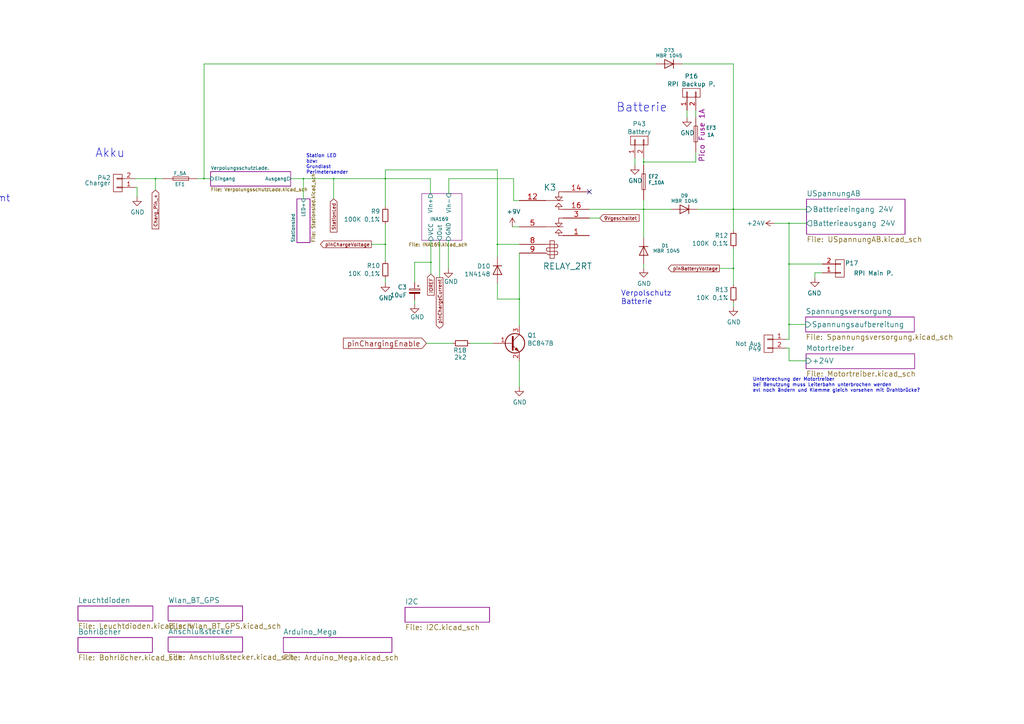
<source format=kicad_sch>
(kicad_sch (version 20201015) (generator eeschema)
  (page 1 35)
  (paper "A4")
  (title_block (title "Ardumower shield SVN Version") (date "2020-07-06") (rev "1.4") (company "ML AG JL UZ"))
  (lib_symbols
    (symbol "ardumower-mega-shield-svn-rescue:+24V-RESCUE-ardumower_mega_shield_svn" (power) (pin_names (offset 0))
      (property "Wert" "+24V-RESCUE-ardumower_mega_shield_svn" (at 0 3.556 0))
      (symbol "+24V-RESCUE-ardumower_mega_shield_svn_0_1"
        (polyline (pts (xy -0.762 1.27) (xy 0 2.54)))
        (polyline (pts (xy 0 0) (xy 0 2.54)))
        (polyline (pts (xy 0 2.54) (xy 0.762 1.27)))
      )
      (symbol "+24V-RESCUE-ardumower_mega_shield_svn_1_1"
        (pin power_in line (at 0 0 90) (length 0) hide (name "+24V") (number "1"))
      )
    )
    (symbol "ardumower-mega-shield-svn-rescue:+9V-RESCUE-ardumower_mega_shield_svn" (power) (pin_names (offset 0))
      (property "Wert" "+9V-RESCUE-ardumower_mega_shield_svn" (at 0 3.556 0))
      (symbol "+9V-RESCUE-ardumower_mega_shield_svn_0_1"
        (polyline (pts (xy -0.762 1.27) (xy 0 2.54)))
        (polyline (pts (xy 0 0) (xy 0 2.54)))
        (polyline (pts (xy 0 2.54) (xy 0.762 1.27)))
      )
      (symbol "+9V-RESCUE-ardumower_mega_shield_svn_1_1"
        (pin power_in line (at 0 0 90) (length 0) hide (name "+9V") (number "1"))
      )
    )
    (symbol "ardumower-mega-shield-svn-rescue:1N4148-RESCUE-ardumower_mega_shield_svn" (pin_numbers hide) (pin_names hide)
      (property "Referenz" "D" (at 0 2.54 0))
      (property "Wert" "1N4148-RESCUE-ardumower_mega_shield_svn" (at 0 -2.54 0))
      (symbol "1N4148-RESCUE-ardumower_mega_shield_svn_0_1"
        (polyline (pts (xy -1.27 1.27) (xy -1.27 -1.27)) (stroke (width 0.2032)))
        (polyline (pts (xy 1.27 0) (xy -1.27 0)))
        (polyline (pts (xy 1.27 1.27) (xy 1.27 -1.27) (xy -1.27 0) (xy 1.27 1.27)) (stroke (width 0.2032)))
      )
      (symbol "1N4148-RESCUE-ardumower_mega_shield_svn_1_1"
        (pin passive line (at -3.81 0 0) (length 2.54) (name "K") (number "1"))
        (pin passive line (at 3.81 0 180) (length 2.54) (name "A") (number "2"))
      )
    )
    (symbol "ardumower-mega-shield-svn-rescue:BC849-RESCUE-ardumower_mega_shield_svn" (pin_names (offset 0) hide)
      (property "Referenz" "Q" (at 5.08 1.905 0))
      (property "Wert" "BC849-RESCUE-ardumower_mega_shield_svn" (at 5.08 0 0))
      (symbol "BC849-RESCUE-ardumower_mega_shield_svn_0_1"
        (circle (center 1.27 0) (radius 2.8194) (stroke (width 0.254)))
        (polyline (pts (xy 0.635 0.635) (xy 2.54 2.54)))
        (polyline (pts (xy 0.635 -0.635) (xy 2.54 -2.54) (xy 2.54 -2.54)))
        (polyline (pts (xy 0.635 1.905) (xy 0.635 -1.905) (xy 0.635 -1.905)) (stroke (width 0.508)))
        (polyline (pts (xy 1.27 -1.778) (xy 1.778 -1.27) (xy 2.286 -2.286) (xy 1.27 -1.778) (xy 1.27 -1.778)) (fill (type outline)))
      )
      (symbol "BC849-RESCUE-ardumower_mega_shield_svn_1_1"
        (pin input line (at -5.08 0 0) (length 5.715) (name "B") (number "1"))
        (pin passive line (at 2.54 -5.08 90) (length 2.54) (name "E") (number "2"))
        (pin passive line (at 2.54 5.08 270) (length 2.54) (name "C") (number "3"))
      )
    )
    (symbol "ardumower-mega-shield-svn-rescue:CONN_01X02-RESCUE-ardumower_mega_shield_svn" (pin_names hide)
      (property "Referenz" "J" (at 0 3.81 0))
      (property "Wert" "CONN_01X02-RESCUE-ardumower_mega_shield_svn" (at 2.54 0 90))
      (symbol "CONN_01X02-RESCUE-ardumower_mega_shield_svn_0_1"
        (rectangle (start -1.27 -1.143) (end 0.254 -1.397))
        (rectangle (start -1.27 1.397) (end 0.254 1.143))
        (rectangle (start -1.27 2.54) (end 1.27 -2.54))
      )
      (symbol "CONN_01X02-RESCUE-ardumower_mega_shield_svn_1_1"
        (pin passive line (at -5.08 1.27 0) (length 3.81) (name "P1") (number "1"))
        (pin passive line (at -5.08 -1.27 0) (length 3.81) (name "P2") (number "2"))
      )
    )
    (symbol "ardumower-mega-shield-svn-rescue:CP_Small-RESCUE-ardumower_mega_shield_svn" (pin_numbers hide) (pin_names (offset 0.254) hide)
      (property "Referenz" "C" (at 0.254 1.778 0))
      (property "Wert" "CP_Small-RESCUE-ardumower_mega_shield_svn" (at 0.254 -2.032 0))
      (symbol "CP_Small-RESCUE-ardumower_mega_shield_svn_0_1"
        (rectangle (start -1.524 -0.3048) (end 1.524 -0.6858) (fill (type outline)))
        (rectangle (start -1.524 0.6858) (end 1.524 0.3048))
        (polyline (pts (xy -1.27 1.524) (xy -0.762 1.524)))
        (polyline (pts (xy -1.016 1.27) (xy -1.016 1.778)))
      )
      (symbol "CP_Small-RESCUE-ardumower_mega_shield_svn_1_1"
        (pin passive line (at 0 2.54 270) (length 1.8542) (name "~") (number "1"))
        (pin passive line (at 0 -2.54 90) (length 1.8542) (name "~") (number "2"))
      )
    )
    (symbol "ardumower-mega-shield-svn-rescue:D-RESCUE-ardumower_mega_shield_svn" (pin_numbers hide) (pin_names hide)
      (property "Referenz" "D" (at 0 2.54 0))
      (property "Wert" "D-RESCUE-ardumower_mega_shield_svn" (at 0 -2.54 0))
      (symbol "D-RESCUE-ardumower_mega_shield_svn_0_1"
        (polyline (pts (xy -1.27 1.27) (xy -1.27 -1.27)) (stroke (width 0.2032)))
        (polyline (pts (xy 1.27 0) (xy -1.27 0)))
        (polyline (pts (xy 1.27 1.27) (xy 1.27 -1.27) (xy -1.27 0) (xy 1.27 1.27)) (stroke (width 0.2032)))
      )
      (symbol "D-RESCUE-ardumower_mega_shield_svn_1_1"
        (pin passive line (at -3.81 0 0) (length 2.54) (name "K") (number "1"))
        (pin passive line (at 3.81 0 180) (length 2.54) (name "A") (number "2"))
      )
    )
    (symbol "ardumower-mega-shield-svn-rescue:F_10A-RESCUE-ardumower_mega_shield_svn" (pin_numbers hide) (pin_names (offset 0.254))
      (property "Referenz" "EF" (at -4.572 2.032 0))
      (property "Wert" "F_10A-RESCUE-ardumower_mega_shield_svn" (at -2.54 -2.032 0))
      (symbol "F_10A-RESCUE-ardumower_mega_shield_svn_0_1"
        (polyline (pts (xy 2.032 0) (xy -2.54 0) (xy -2.54 0) (xy -2.54 0)))
        (polyline (pts (xy -2.54 0.508) (xy -2.54 -0.508) (xy 2.032 -0.508) (xy 2.032 0.508) (xy -2.54 0.508) (xy -2.54 0.508)))
      )
      (symbol "F_10A-RESCUE-ardumower_mega_shield_svn_1_1"
        (pin power_in line (at 5.08 0 180) (length 3.048) (name "~") (number "1"))
        (pin power_out line (at -5.08 0 0) (length 2.54) (name "~") (number "2"))
      )
    )
    (symbol "ardumower-mega-shield-svn-rescue:GND-RESCUE-ardumower_mega_shield_svn" (power) (pin_names (offset 0))
      (property "Wert" "GND-RESCUE-ardumower_mega_shield_svn" (at 0 -3.81 0))
      (symbol "GND-RESCUE-ardumower_mega_shield_svn_0_1"
        (polyline (pts (xy 0 0) (xy 0 -1.27) (xy 1.27 -1.27) (xy 0 -2.54) (xy -1.27 -1.27) (xy 0 -1.27)))
      )
      (symbol "GND-RESCUE-ardumower_mega_shield_svn_1_1"
        (pin power_in line (at 0 0 270) (length 0) hide (name "GND") (number "1"))
      )
    )
    (symbol "ardumower-mega-shield-svn-rescue:RELAY_2RT-RESCUE-ardumower_mega_shield_svn" (pin_names hide)
      (property "Referenz" "K" (at -1.27 10.16 0))
      (property "Wert" "RELAY_2RT-RESCUE-ardumower_mega_shield_svn" (at 3.81 -12.7 0))
      (symbol "RELAY_2RT-RESCUE-ardumower_mega_shield_svn_0_1"
        (polyline (pts (xy -2.54 -8.89) (xy -2.286 -8.89)))
        (polyline (pts (xy -2.54 -6.35) (xy -1.27 -6.35)))
        (polyline (pts (xy -2.54 -1.27) (xy 1.27 -1.27)))
        (polyline (pts (xy -2.286 -8.89) (xy -1.778 -9.3726)))
        (polyline (pts (xy -2.286 -8.1026) (xy -2.286 -7.62)))
        (polyline (pts (xy -2.032 -8.382) (xy -2.286 -8.1026)))
        (polyline (pts (xy -2.032 -7.366) (xy -2.286 -7.62)))
        (polyline (pts (xy -1.778 -9.3726) (xy -1.27 -9.3726)))
        (polyline (pts (xy -1.27 -10.414) (xy -1.27 -5.3086)))
        (polyline (pts (xy -1.27 -8.382) (xy -2.032 -8.382)))
        (polyline (pts (xy -1.27 -8.382) (xy 0 -8.382)))
        (polyline (pts (xy -1.27 -7.366) (xy -2.032 -7.366)))
        (polyline (pts (xy -1.27 -6.35) (xy 0 -6.35)))
        (polyline (pts (xy -1.27 -5.3086) (xy 0 -5.3086)))
        (polyline (pts (xy 0 -10.414) (xy -1.27 -10.414)))
        (polyline (pts (xy 0 -9.3726) (xy -1.27 -9.3726)))
        (polyline (pts (xy 0 -9.3726) (xy 0.7366 -9.3726)))
        (polyline (pts (xy 0 -8.382) (xy 0.7366 -8.382)))
        (polyline (pts (xy 0 -7.366) (xy -1.27 -7.366)))
        (polyline (pts (xy 0 -7.366) (xy 0.7366 -7.366)))
        (polyline (pts (xy 0 -6.35) (xy 0.7366 -6.35)))
        (polyline (pts (xy 0 -5.3086) (xy 0 -10.414)))
        (polyline (pts (xy 0.254 -3.0226) (xy 2.2606 -3.0226)))
        (polyline (pts (xy 0.254 -0.2286) (xy 2.2606 -0.2286)))
        (polyline (pts (xy 0.254 4.572) (xy 1.27 5.6134)))
        (polyline (pts (xy 0.254 7.366) (xy 0.9906 7.366)))
        (polyline (pts (xy 0.7366 -9.3726) (xy 0.9906 -9.144)))
        (polyline (pts (xy 0.7366 -8.382) (xy 0.9906 -8.636)))
        (polyline (pts (xy 0.7366 -7.366) (xy 0.9906 -7.112)))
        (polyline (pts (xy 0.7366 -6.35) (xy 0.9906 -6.5786)))
        (polyline (pts (xy 0.9906 -9.144) (xy 0.9906 -8.636)))
        (polyline (pts (xy 0.9906 -6.5786) (xy 0.9906 -7.112)))
        (polyline (pts (xy 0.9906 6.6294) (xy 0.254 7.366)))
        (polyline (pts (xy 0.9906 6.6294) (xy 1.27 6.35)))
        (polyline (pts (xy 0.9906 7.366) (xy 2.2606 7.366)))
        (polyline (pts (xy 1.27 -3.81) (xy 1.27 -3.302)))
        (polyline (pts (xy 1.27 -3.302) (xy 1.27 -3.0226)))
        (polyline (pts (xy 1.27 -2.032) (xy 0.254 -3.0226)))
        (polyline (pts (xy 1.27 -1.27) (xy 0.254 -0.2286)))
        (polyline (pts (xy 1.27 -1.27) (xy 2.54 -1.27)))
        (polyline (pts (xy 1.27 1.27) (xy 1.27 -0.2286)))
        (polyline (pts (xy 1.27 1.27) (xy 2.54 1.27)))
        (polyline (pts (xy 1.27 3.81) (xy 1.27 4.572)))
        (polyline (pts (xy 1.27 3.81) (xy 2.54 3.81)))
        (polyline (pts (xy 1.27 5.6134) (xy 2.2606 4.572)))
        (polyline (pts (xy 1.27 6.35) (xy -2.54 6.35)))
        (polyline (pts (xy 1.27 6.35) (xy 1.524 6.35)))
        (polyline (pts (xy 1.27 8.89) (xy 1.27 7.366)))
        (polyline (pts (xy 1.27 8.89) (xy 2.54 8.89)))
        (polyline (pts (xy 1.524 6.35) (xy 2.54 6.35)))
        (polyline (pts (xy 2.2606 -3.0226) (xy 1.27 -2.032)))
        (polyline (pts (xy 2.2606 -0.2286) (xy 1.27 -1.27)))
        (polyline (pts (xy 2.2606 4.572) (xy 0.254 4.572)))
        (polyline (pts (xy 2.2606 7.366) (xy 1.27 6.35)))
        (polyline (pts (xy 2.54 -3.81) (xy 1.27 -3.81)))
      )
      (symbol "RELAY_2RT-RESCUE-ardumower_mega_shield_svn_1_1"
        (pin passive line (at 10.16 -3.81 180) (length 7.62) (name "T1") (number "1"))
        (pin passive line (at -10.16 6.35 0) (length 7.62) (name "C2") (number "12"))
        (pin passive line (at 10.16 8.89 180) (length 7.62) (name "R2") (number "14"))
        (pin passive line (at 10.16 3.81 180) (length 7.62) (name "T2") (number "16"))
        (pin passive line (at 10.16 1.27 180) (length 7.62) (name "R1") (number "3"))
        (pin passive line (at -10.16 -1.27 0) (length 7.62) (name "C1") (number "5"))
        (pin input line (at -10.16 -6.35 0) (length 7.62) (name "8") (number "8"))
        (pin input line (at -10.16 -8.89 0) (length 7.62) (name "9") (number "9"))
      )
    )
    (symbol "ardumower-mega-shield-svn-rescue:R_Small-RESCUE-ardumower_mega_shield_svn" (pin_numbers hide) (pin_names (offset 0.254) hide)
      (property "Referenz" "R" (at 0.762 0.508 0))
      (property "Wert" "R_Small-RESCUE-ardumower_mega_shield_svn" (at 0.762 -1.016 0))
      (symbol "R_Small-RESCUE-ardumower_mega_shield_svn_0_1"
        (rectangle (start -0.762 1.778) (end 0.762 -1.778) (stroke (width 0.2032)))
      )
      (symbol "R_Small-RESCUE-ardumower_mega_shield_svn_1_1"
        (pin passive line (at 0 2.54 270) (length 0.762) (name "~") (number "1"))
        (pin passive line (at 0 -2.54 90) (length 0.762) (name "~") (number "2"))
      )
    )
  )
  (junction (at 45.085 51.816) (diameter 0.3048))
  (junction (at 59.182 51.816) (diameter 0.3048))
  (junction (at 88.011 51.816) (diameter 0.3048))
  (junction (at 96.774 51.816) (diameter 0.3048))
  (junction (at 111.76 51.816) (diameter 0.3048))
  (junction (at 111.76 70.866) (diameter 0.3048))
  (junction (at 124.968 76.073) (diameter 0.3048))
  (junction (at 144.272 70.866) (diameter 0.3048))
  (junction (at 150.622 86.741) (diameter 0.3048))
  (junction (at 186.69 46.99) (diameter 0.3048))
  (junction (at 186.69 60.706) (diameter 0.3048))
  (junction (at 212.725 60.706) (diameter 0.3048))
  (junction (at 212.725 77.851) (diameter 0.3048))
  (junction (at 228.854 64.77) (diameter 0.3048))
  (junction (at 228.854 76.581) (diameter 0.3048))
  (junction (at 228.854 94.107) (diameter 0.3048))
  (no_connect (at 170.942 55.626))
  (wire (pts (xy 39.243 51.816) (xy 45.085 51.816)))
  (wire (pts (xy 39.751 54.356) (xy 39.243 54.356)))
  (wire (pts (xy 39.751 57.15) (xy 39.751 54.356)))
  (wire (pts (xy 45.085 51.816) (xy 47.117 51.816)))
  (wire (pts (xy 45.085 55.118) (xy 45.085 51.816)))
  (wire (pts (xy 57.277 51.816) (xy 59.182 51.816)))
  (wire (pts (xy 59.182 18.542) (xy 59.182 51.816)))
  (wire (pts (xy 59.182 51.816) (xy 61.087 51.816)))
  (wire (pts (xy 84.328 51.816) (xy 88.011 51.816)))
  (wire (pts (xy 88.011 51.816) (xy 96.774 51.816)))
  (wire (pts (xy 88.011 57.658) (xy 88.011 51.816)))
  (wire (pts (xy 96.774 51.816) (xy 111.76 51.816)))
  (wire (pts (xy 96.774 57.658) (xy 96.774 51.816)))
  (wire (pts (xy 107.696 70.866) (xy 111.76 70.866)))
  (wire (pts (xy 111.76 49.276) (xy 111.76 51.816)))
  (wire (pts (xy 111.76 49.276) (xy 144.272 49.276)))
  (wire (pts (xy 111.76 51.816) (xy 111.76 59.944)))
  (wire (pts (xy 111.76 51.816) (xy 124.841 51.816)))
  (wire (pts (xy 111.76 65.024) (xy 111.76 70.866)))
  (wire (pts (xy 111.76 70.866) (xy 111.76 75.692)))
  (wire (pts (xy 111.76 80.772) (xy 111.76 82.042)))
  (wire (pts (xy 120.269 76.073) (xy 124.968 76.073)))
  (wire (pts (xy 120.269 81.915) (xy 120.269 76.073)))
  (wire (pts (xy 120.269 86.995) (xy 120.269 88.265)))
  (wire (pts (xy 123.698 99.568) (xy 131.318 99.568)))
  (wire (pts (xy 124.841 51.816) (xy 124.841 56.134)))
  (wire (pts (xy 124.968 69.723) (xy 124.968 76.073)))
  (wire (pts (xy 124.968 76.073) (xy 124.968 79.502)))
  (wire (pts (xy 127.508 69.723) (xy 127.508 80.518)))
  (wire (pts (xy 130.048 69.723) (xy 130.048 77.978)))
  (wire (pts (xy 130.175 51.816) (xy 130.175 56.134)))
  (wire (pts (xy 130.175 51.816) (xy 148.971 51.816)))
  (wire (pts (xy 136.398 99.568) (xy 143.002 99.568)))
  (wire (pts (xy 144.272 49.276) (xy 144.272 70.866)))
  (wire (pts (xy 144.272 70.866) (xy 144.272 74.549)))
  (wire (pts (xy 144.272 70.866) (xy 150.622 70.866)))
  (wire (pts (xy 144.272 82.169) (xy 144.272 86.741)))
  (wire (pts (xy 144.272 86.741) (xy 150.622 86.741)))
  (wire (pts (xy 148.971 51.816) (xy 148.971 58.166)))
  (wire (pts (xy 150.622 58.166) (xy 148.971 58.166)))
  (wire (pts (xy 150.622 65.786) (xy 148.59 65.786)))
  (wire (pts (xy 150.622 73.406) (xy 150.622 86.741)))
  (wire (pts (xy 150.622 86.741) (xy 150.622 94.488)))
  (wire (pts (xy 150.622 104.648) (xy 150.622 112.268)))
  (wire (pts (xy 170.942 60.706) (xy 186.69 60.706)))
  (wire (pts (xy 170.942 63.246) (xy 173.99 63.246)))
  (wire (pts (xy 184.15 48.006) (xy 184.15 45.847)))
  (wire (pts (xy 186.69 45.847) (xy 186.69 46.99)))
  (wire (pts (xy 186.69 46.99) (xy 186.69 47.879)))
  (wire (pts (xy 186.69 46.99) (xy 201.803 46.99)))
  (wire (pts (xy 186.69 58.039) (xy 186.69 60.706)))
  (wire (pts (xy 186.69 60.706) (xy 186.69 68.961)))
  (wire (pts (xy 186.69 60.706) (xy 194.691 60.706)))
  (wire (pts (xy 186.69 76.581) (xy 186.69 77.851)))
  (wire (pts (xy 190.246 18.542) (xy 59.182 18.542)))
  (wire (pts (xy 197.866 18.542) (xy 212.725 18.542)))
  (wire (pts (xy 199.263 34.163) (xy 199.263 32.004)))
  (wire (pts (xy 201.803 34.036) (xy 201.803 32.004)))
  (wire (pts (xy 201.803 46.99) (xy 201.803 44.196)))
  (wire (pts (xy 202.311 60.706) (xy 212.725 60.706)))
  (wire (pts (xy 208.661 77.851) (xy 212.725 77.851)))
  (wire (pts (xy 212.725 18.542) (xy 212.725 60.706)))
  (wire (pts (xy 212.725 60.706) (xy 212.725 66.929)))
  (wire (pts (xy 212.725 60.706) (xy 233.934 60.706)))
  (wire (pts (xy 212.725 72.009) (xy 212.725 77.851)))
  (wire (pts (xy 212.725 77.851) (xy 212.725 82.677)))
  (wire (pts (xy 212.725 87.757) (xy 212.725 89.027)))
  (wire (pts (xy 224.663 64.77) (xy 228.854 64.77)))
  (wire (pts (xy 227.965 100.965) (xy 228.854 100.965)))
  (wire (pts (xy 228.854 64.77) (xy 228.854 76.581)))
  (wire (pts (xy 228.854 64.77) (xy 233.934 64.77)))
  (wire (pts (xy 228.854 76.581) (xy 228.854 94.107)))
  (wire (pts (xy 228.854 76.581) (xy 238.506 76.581)))
  (wire (pts (xy 228.854 94.107) (xy 228.854 98.425)))
  (wire (pts (xy 228.854 94.107) (xy 233.68 94.107)))
  (wire (pts (xy 228.854 98.425) (xy 227.965 98.425)))
  (wire (pts (xy 228.854 100.965) (xy 228.854 104.648)))
  (wire (pts (xy 228.854 104.648) (xy 233.807 104.648)))
  (wire (pts (xy 236.347 79.121) (xy 238.506 79.121)))
  (wire (pts (xy 236.347 80.645) (xy 236.347 79.121)))
  (text "Fehlerbehebung\n05.07.2020 uz An den Arduino Mega die Verdrahtung von pin 14 und 15 getauscht damit RX un TX vom GPS Anschluss stimmt\n_____________________________________________________________________________________________________________________\n26.10.2020 uz INA169 steckbar entfernt auf SMD Bestückung" (at -193.9544 65.278 0) (effects (font (size 2.007 2.007)) (justify left bottom)))
  (text "https://www.reichelt.de/ICs-TLC-TSA-/TS-2940-CP33/3/index.html?ACTION=3&LA=5700&ARTICLE=115975&GROUPID=5480&artnr=TS+2940+CP33\n\nhttps://www.reichelt.de/ICs-TLC-TSA-/TS-2940-CP50/3/index.html?ACTION=3&LA=5700&ARTICLE=115976&GROUPID=5480&artnr=TS+2940+CP50\n\nhttps://www.reichelt.de/ICs-TA-TL-/TD-62783-AFWG/3/index.html?ACTION=3&LA=446&ARTICLE=188954&GROUPID=5479&artnr=TD+62783+AFWG&SEARCH=TD62783" (at -150.114 -3.302 0) (effects (font (size 1.4986 1.4986)) (justify left bottom)))
  (text "Kontrolle Funktion Ultraschall\nKontrolle RC Fernbedienung\nKontrolle Unterspannunsabschaltung ob sie mit 3V an bleibt\nRelais schaltung ändern damit nur noch 1 Relais notwendig ist\nUDN 2981 ersetzen durch SMD Bauteil evl TD 62783 AFWG :: Treiber-IC, SO-18W\nOdemetrie kontrollieren\nIC2 Bus Kontrollieren\nSpannungsaufbereitung evl ändern mit anderen DC wandlern bis 30V\n\nBauteile siehe Links" (at -149.098 35.941 0) (effects (font (size 2.0066 2.0066)) (justify left bottom)))
  (text "[21:36:55] Kurzschuss - Uwe: gut dan warte ich nochmal mit den widerständen bis du soweit bist\n[21:38:22] Kurzschuss - Uwe: Dann mache ich nur die andern Änderungen mit dem DHT22 dropsensoren usw und warte dann erst mal ab. wenn ich es habe lade ich dann hoch\n[21:38:26] Jürgen Lange: überall wo level shifter dran sind kannst du die Dioden und den widerstand wegmachen\n[21:39:37] Kurzschuss - Uwe: da warte ich erst mal wo dann noch ein widerstand dazukommt. das wird dann ein Aufwasch\n\n\n\nwenn du da gerade dran bist die ganzen reserve dinger AD7, pinOdometriyRight2 etc hast du auf iOREF versorgt da solltest du 5V dran machen da bleiben dann auch die Dioden und der widerstand\nich sehe gerade das bei den Odemetrie pin der Spannungsanschluss auf iorf liegt. Dazwischen ist dann noch der ODoteiler und der Levelshifter.\nIch vermute mal das die odemetriepins auch auf 5V müssen damit der Odoteiler richtig arbeitetein klaaaaaaares ja" (at 10.16 246.634 0) (effects (font (size 2.0066 2.0066)) (justify left bottom)))
  (text "Akku\n" (at 27.559 45.974 0) (effects (font (size 2.5146 2.5146)) (justify left bottom)))
  (text "LED Rechner:\nhttp://www.elektronik-kompendium.de/sites/bau/1109111.htm\n\nZ-Dioden Rechner:\nhttp://www.dieelektronikerseite.de/Tools/Zenerdiode.htm" (at 73.152 -8.89 0) (effects (font (size 1.524 1.524)) (justify left bottom)))
  (text "Station LED\nbzw:\nGrundlast\nPerimetersender" (at 88.773 50.673 0) (effects (font (size 0.9906 0.9906)) (justify left bottom)))
  (text "Batterie\n" (at 178.689 32.766 0) (effects (font (size 2.5146 2.5146)) (justify left bottom)))
  (text "Verpolschutz\nBatterie" (at 180.086 88.519 0) (effects (font (size 1.524 1.524)) (justify left bottom)))
  (text "Unterbrechung der Motortreiber\nbei Benutzung muss Leiterbahn unterbrochen werden\nevl noch ändern und Klemme gleich vorsehen mit Drahtbrücke?" (at 218.313 113.919 0) (effects (font (size 0.9906 0.9906)) (justify left bottom)))
  (text "LED Anzeigen - Hardware:\n\nLed 3V grün -   Betriebsanzeige Versorgungsspannung\nLED 24V grün - Betriebsanzeige Versorgungsspannung R2 für 12 V anpassen\nLED 5V grün -   Betriebsanzeige Versorgungsspannung\nLED Station - gelb - Statusanzeige ob Mover in Ladestation\n\n----------------------------------------------------------\n\nLED Anzeigen - Software:\n\nDual LED z.B:\nDual LED grün. Dauerlicht - Mover innerhalb Perimeter\nDual LED grün+rot = Orange - Dauerlicht Mover außerhalb Perimeter\nDual LED grün+rot = Orange - Blinkt Mover findet  Perimeter nicht oder sucht danach\nDual LED rot =  Blinkt Fehler kurzseitig Überlast Antriebmotor Treibe oder Mähmotor. \nDual LED rot - Dauerlicht - Fehler muß für weiterfahren durch drücken \nvon Button zurückgesetzt werden\n----------------------------------------------------------\n\nLED Status - grün Dauerlicht - warte auf Eingabe\n\nLED Status - grün blinken 1 bis 5 mal hintereinander\nmit länger Pause dazwischen für Anzeige in welchen\nBetriebsmodi sich der Mover befindet" (at 229.997 -11.43 0) (effects (font (size 1.524 1.524)) (justify left bottom)))
  (text "[20:50:34 | Bearbeitet 20:51:30] Jürgen Lange: setze für den dcdc einen 78s05 ein oder die die ich auf der BumperDuino nehme LM2940CS-5.0 um das bt zuversorgen für die Versorgung vom wlan einen 3,3v low drop\n[20:51:20] Kurzschuss - Uwe: also die 5V nicht vom Mega holen bzw die 3,3V\n[20:51:44] Jürgen Lange: für bt und wlan nicht\n[20:51:54] Jürgen Lange: für den rest okay\n[20:52:01] Kurzschuss - Uwe: okay\n[20:53:21] Jürgen Lange: setze bei allen Wandlern ob dcdc oder 78xx revers Dioden und rückführ Dioden die 78xx oder ähnlich kommen gleich vom 9v dcdc\n[20:54:26] Kurzschuss - Uwe: Ich übernehme die Schaltung vom Bumberduino\n\n\n\n[11:55:48] Jürgen Lange: im Klartext die Spannungen vom längsregler nur für Versorgung von bt etc nehmen gaaaaanz wichtig sonst haust du den due weg wenn jemand den usb stecker steckt\n[11:56:29] Jürgen Lange: der mega könnte auch aufgeben aber das habe ich noch nicht geprüft" (at 351.028 70.866 0) (effects (font (size 2.9972 2.9972)) (justify left bottom)))
  (global_label "Charg_Pin_+" (shape input) (at 45.085 55.118 270) (effects (font (size 0.9906 0.9906))))
  (global_label "StationLed" (shape input) (at 96.774 57.658 270) (effects (font (size 0.9906 0.9906))))
  (global_label "pinChargeVoltage" (shape output) (at 107.696 70.866 180) (effects (font (size 0.9906 0.9906))))
  (global_label "pinChargingEnable" (shape input) (at 123.698 99.568 180) (effects (font (size 1.524 1.524))))
  (global_label "IOREF" (shape input) (at 124.968 79.502 270) (effects (font (size 0.9906 0.9906))))
  (global_label "pinChargeCurrent" (shape output) (at 127.508 80.518 270) (effects (font (size 0.9906 0.9906))))
  (global_label "9Vgeschaltet" (shape input) (at 173.99 63.246 0) (effects (font (size 0.9906 0.9906))))
  (global_label "pinBatteryVoltage" (shape output) (at 208.661 77.851 180) (effects (font (size 0.9906 0.9906))))
  (symbol (lib_id "ardumower-mega-shield-svn-rescue:+9V-RESCUE-ardumower_mega_shield_svn") (at 148.59 65.786 0) (unit 1)
    (property "Reference" "#PWR012" (effects hide))
    (property "Value" "+9V" (at 148.971 61.3918 0))
  )
  (symbol (lib_id "ardumower-mega-shield-svn-rescue:+24V-RESCUE-ardumower_mega_shield_svn") (at 224.663 64.77 90) (unit 1)
    (property "Reference" "#PWR05" (effects hide))
    (property "Value" "+24V" (at 219.202 64.77 90))
  )
  (symbol (lib_id "ardumower-mega-shield-svn-rescue:GND-RESCUE-ardumower_mega_shield_svn") (at 39.751 57.15 0) (unit 1)
    (property "Reference" "#PWR03" (effects hide))
    (property "Value" "GND" (at 39.878 61.5442 0))
  )
  (symbol (lib_id "ardumower-mega-shield-svn-rescue:GND-RESCUE-ardumower_mega_shield_svn") (at 111.76 82.042 0) (unit 1)
    (property "Reference" "#PWR02" (effects hide))
    (property "Value" "GND" (at 111.887 86.4362 0))
  )
  (symbol (lib_id "ardumower-mega-shield-svn-rescue:GND-RESCUE-ardumower_mega_shield_svn") (at 120.269 88.265 0) (unit 1)
    (property "Reference" "#PWR07" (effects hide))
    (property "Value" "GND" (at 121.031 91.948 0))
  )
  (symbol (lib_id "ardumower-mega-shield-svn-rescue:GND-RESCUE-ardumower_mega_shield_svn") (at 130.048 77.978 0) (unit 1)
    (property "Reference" "#PWR06" (effects hide))
    (property "Value" "GND" (at 130.81 81.661 0))
  )
  (symbol (lib_id "ardumower-mega-shield-svn-rescue:GND-RESCUE-ardumower_mega_shield_svn") (at 150.622 112.268 0) (unit 1)
    (property "Reference" "#PWR01" (effects hide))
    (property "Value" "GND" (at 150.749 116.6622 0))
  )
  (symbol (lib_id "ardumower-mega-shield-svn-rescue:GND-RESCUE-ardumower_mega_shield_svn") (at 184.15 48.006 0) (unit 1)
    (property "Reference" "#PWR04" (effects hide))
    (property "Value" "GND" (at 184.277 52.4002 0))
  )
  (symbol (lib_id "ardumower-mega-shield-svn-rescue:GND-RESCUE-ardumower_mega_shield_svn") (at 186.69 77.851 0) (unit 1)
    (property "Reference" "#PWR09" (effects hide))
    (property "Value" "GND" (at 186.817 82.2452 0))
  )
  (symbol (lib_id "ardumower-mega-shield-svn-rescue:GND-RESCUE-ardumower_mega_shield_svn") (at 199.263 34.163 0) (unit 1)
    (property "Reference" "#PWR010" (effects hide))
    (property "Value" "GND" (at 199.39 38.5572 0))
  )
  (symbol (lib_id "ardumower-mega-shield-svn-rescue:GND-RESCUE-ardumower_mega_shield_svn") (at 212.725 89.027 0) (unit 1)
    (property "Reference" "#PWR08" (effects hide))
    (property "Value" "GND" (at 212.852 93.4212 0))
  )
  (symbol (lib_id "ardumower-mega-shield-svn-rescue:GND-RESCUE-ardumower_mega_shield_svn") (at 236.347 80.645 0) (mirror y) (unit 1)
    (property "Reference" "#PWR011" (effects hide))
    (property "Value" "GND" (at 236.22 85.0392 0))
  )
  (symbol (lib_id "ardumower-mega-shield-svn-rescue:R_Small-RESCUE-ardumower_mega_shield_svn") (at 111.76 62.484 0) (mirror y) (unit 1)
    (property "Reference" "R9" (at 110.2614 61.3156 0) (effects (justify left)))
    (property "Value" "100K 0,1%" (at 110.2614 63.627 0) (effects (justify left)))
    (property "Footprint" "Resistors_SMD:R_1206" (effects hide))
    (property "Datasheet" "http://cdn-reichelt.de/documents/datenblatt/B400/DS_NICC_SERIE_NTR.pdf" (effects hide))
    (property "Gehäuseart" "1206" (effects hide))
    (property "Bestelllink" "https://www.reichelt.de/SMD-1206-von-1-bis-910-kOhm/SPR-1206-100K/3/index.html?ACTION=3&LA=446&ARTICLE=123458&GROUPID=7974&artnr=SPR-1206+100K&SEARCH=spr-1206%2B100k" (effects hide))
    (property "Technische Daten" "SMD-Chipwiderstand 1206, 100 kOhm, 0,1%" (effects hide))
    (property "Bestellnummer" "R: SPR-1206 100K" (effects hide))
    (property "Bauform" "1206" (effects hide))
    (property "Funktion" "Value" (effects hide))
    (property "Hersteller" "Value" (effects hide))
    (property "Hersteller Bestellnummer" "Value" (effects hide))
  )
  (symbol (lib_id "ardumower-mega-shield-svn-rescue:R_Small-RESCUE-ardumower_mega_shield_svn") (at 111.76 78.232 0) (mirror y) (unit 1)
    (property "Reference" "R10" (at 110.2868 77.0636 0) (effects (justify left)))
    (property "Value" "10K 0,1%" (at 110.2868 79.375 0) (effects (justify left)))
    (property "Footprint" "Resistors_SMD:R_1206" (effects hide))
    (property "Datasheet" "http://cdn-reichelt.de/documents/datenblatt/B400/DS_NICC_SERIE_NTR.pdf" (effects hide))
    (property "Gehäuseart" "1206" (effects hide))
    (property "Bestelllink" "https://www.reichelt.de/SMD-1206-von-1-bis-910-kOhm/SPR-1206-10-0K/3/index.html?ACTION=3&LA=446&ARTICLE=123435&GROUPID=7974&artnr=SPR-1206+10%2C0K&SEARCH=spr-1206%2B10%252C0k" (effects hide))
    (property "Technische Daten" "SMD-Chipwiderstand 1206, 10,0 kOhm, 0,1%" (effects hide))
    (property "Bestellnummer" "R: SPR-1206 10,0K" (effects hide))
    (property "Bauform" "1206" (effects hide))
    (property "Funktion" "Value" (effects hide))
    (property "Hersteller" "Value" (effects hide))
    (property "Hersteller Bestellnummer" "Value" (effects hide))
  )
  (symbol (lib_id "ardumower-mega-shield-svn-rescue:R_Small-RESCUE-ardumower_mega_shield_svn") (at 133.858 99.568 90) (mirror x) (unit 1)
    (property "Reference" "R18" (at 135.382 101.6 90) (effects (justify left)))
    (property "Value" "2k2" (at 135.382 103.632 90) (effects (justify left)))
    (property "Footprint" "Zimprich:R_0603" (effects hide))
    (property "Gehäuseart" "Value" (effects hide))
    (property "Bestelllink" "Value" (effects hide))
    (property "Technische Daten" "Value" (effects hide))
    (property "Bestellnummer" "Value" (effects hide))
    (property "Bauform" "Value" (effects hide))
    (property "Funktion" "Value" (effects hide))
    (property "Hersteller" "Value" (effects hide))
    (property "Hersteller Bestellnummer" "Value" (effects hide))
  )
  (symbol (lib_id "ardumower-mega-shield-svn-rescue:R_Small-RESCUE-ardumower_mega_shield_svn") (at 212.725 69.469 0) (mirror y) (unit 1)
    (property "Reference" "R12" (at 211.2264 68.3006 0) (effects (justify left)))
    (property "Value" "100K 0,1%" (at 211.2264 70.612 0) (effects (justify left)))
    (property "Footprint" "Resistors_SMD:R_1206" (effects hide))
    (property "Datasheet" "http://cdn-reichelt.de/documents/datenblatt/B400/DS_NICC_SERIE_NTR.pdf" (effects hide))
    (property "Gehäuseart" "1206" (effects hide))
    (property "Bestelllink" "https://www.reichelt.de/SMD-1206-von-1-bis-910-kOhm/SPR-1206-100K/3/index.html?ACTION=3&LA=446&ARTICLE=123458&GROUPID=7974&artnr=SPR-1206+100K&SEARCH=spr-1206%2B100k" (effects hide))
    (property "Technische Daten" "SMD-Chipwiderstand 1206, 100 kOhm, 0,1%" (effects hide))
    (property "Bestellnummer" "R: SPR-1206 100K" (effects hide))
    (property "Bauform" "1206" (effects hide))
    (property "Funktion" "Value" (effects hide))
    (property "Hersteller" "Value" (effects hide))
    (property "Hersteller Bestellnummer" "Value" (effects hide))
  )
  (symbol (lib_id "ardumower-mega-shield-svn-rescue:R_Small-RESCUE-ardumower_mega_shield_svn") (at 212.725 85.217 0) (mirror y) (unit 1)
    (property "Reference" "R13" (at 211.2518 84.0486 0) (effects (justify left)))
    (property "Value" "10K 0,1%" (at 211.2518 86.36 0) (effects (justify left)))
    (property "Footprint" "Resistors_SMD:R_1206" (effects hide))
    (property "Datasheet" "http://cdn-reichelt.de/documents/datenblatt/B400/DS_NICC_SERIE_NTR.pdf" (effects hide))
    (property "Gehäuseart" "1206" (effects hide))
    (property "Bestelllink" "https://www.reichelt.de/SMD-1206-von-1-bis-910-kOhm/SPR-1206-10-0K/3/index.html?ACTION=3&LA=446&ARTICLE=123435&GROUPID=7974&artnr=SPR-1206+10%2C0K&SEARCH=spr-1206%2B10%252C0k" (effects hide))
    (property "Technische Daten" "SMD-Chipwiderstand 1206, 10,0 kOhm, 0,1%" (effects hide))
    (property "Bestellnummer" "R: SPR-1206 10,0K" (effects hide))
    (property "Bauform" "1206" (effects hide))
    (property "Funktion" "Value" (effects hide))
    (property "Hersteller" "Value" (effects hide))
    (property "Hersteller Bestellnummer" "Value" (effects hide))
  )
  (symbol (lib_id "ardumower-mega-shield-svn-rescue:F_10A-RESCUE-ardumower_mega_shield_svn") (at 52.197 51.816 180) (unit 1)
    (property "Reference" "EF1" (at 52.197 53.467 0) (effects (font (size 1.016 1.016))))
    (property "Value" "F_5A" (at 52.197 50.292 0) (effects (font (size 1.016 1.016))))
    (property "Footprint" "Zimprich:Fuseholder5x20_vert_closed_Bulgin_FX0456_und_TR15_Halter" (effects hide))
    (property "Gehäuseart" "Value" (effects hide))
    (property "Bestelllink" "https://www.reichelt.de/Sicherungshalter/RND-170-00006/3/index.html?ACTION=3&LA=5700&ARTICLE=170726&GROUPID=7659&artnr=RND+170-00006" (effects hide))
    (property "Technische Daten" "Value" (effects hide))
    (property "Bestellnummer" "R: RND 170-00006" (effects hide))
    (property "Bauform" "Value" (effects hide))
    (property "Funktion" "Value" (effects hide))
    (property "Hersteller" "Value" (effects hide))
    (property "Hersteller Bestellnummer" "Value" (effects hide))
  )
  (symbol (lib_id "ardumower-mega-shield-svn-rescue:F_10A-RESCUE-ardumower_mega_shield_svn") (at 186.69 52.959 270) (unit 1)
    (property "Reference" "EF2" (at 189.484 51.181 90) (effects (font (size 1.016 1.016))))
    (property "Value" "F_10A" (at 190.373 52.959 90) (effects (font (size 1.016 1.016))))
    (property "Footprint" "Zimprich:Fuseholder5x20_vert_closed_Bulgin_FX0456_und_TR15_Halter" (effects hide))
    (property "Gehäuseart" "Value" (effects hide))
    (property "Bestelllink" "https://www.reichelt.de/Sicherungshalter/RND-170-00006/3/index.html?ACTION=3&LA=5700&ARTICLE=170726&GROUPID=7659&artnr=RND+170-00006" (effects hide))
    (property "Technische Daten" "Value" (effects hide))
    (property "Bestellnummer" "R: RND 170-00006" (effects hide))
    (property "Bauform" "Value" (effects hide))
    (property "Funktion" "Value" (effects hide))
    (property "Hersteller" "Value" (effects hide))
    (property "Hersteller Bestellnummer" "Value" (effects hide))
  )
  (symbol (lib_id "ardumower-mega-shield-svn-rescue:F_10A-RESCUE-ardumower_mega_shield_svn") (at 201.803 39.116 270) (unit 1)
    (property "Reference" "EF3" (at 206.248 37.084 90) (effects (font (size 1.016 1.016))))
    (property "Value" "1A" (at 206.121 39.116 90) (effects (font (size 1.016 1.016))))
    (property "Footprint" "Zimprich:Sicherungs_Sockel_für_TR5_TE5" (effects hide))
    (property "Gehäuseart" "Value" (effects hide))
    (property "Bestelllink" "Value" (effects hide))
    (property "Technische Daten" "Value" (effects hide))
    (property "Bestellnummer" "Value" (effects hide))
    (property "Bauform" "Pico Fuse 1A" (at 203.581 39.243 0) (effects (font (size 1.524 1.524))))
    (property "Funktion" "Value" (effects hide))
    (property "Hersteller" "Value" (effects hide))
    (property "Hersteller Bestellnummer" "Value" (effects hide))
  )
  (symbol (lib_id "ardumower-mega-shield-svn-rescue:CP_Small-RESCUE-ardumower_mega_shield_svn") (at 120.269 84.455 0) (mirror y) (unit 1)
    (property "Reference" "C3" (at 118.0338 83.2866 0) (effects (justify left)))
    (property "Value" "10uF" (at 118.0338 85.598 0) (effects (justify left)))
    (property "Footprint" "Zimprich:Elko_vert_11.2x6.3mm_RM2.5_RM5.0" (effects hide))
    (property "Gehäuseart" "Value" (effects hide))
    (property "Bestelllink" "Value" (effects hide))
    (property "Technische Daten" "Value" (effects hide))
    (property "Bestellnummer" "Value" (effects hide))
    (property "Bauform" "Value" (effects hide))
  )
  (symbol (lib_id "ardumower-mega-shield-svn-rescue:1N4148-RESCUE-ardumower_mega_shield_svn") (at 144.272 78.359 270) (unit 1)
    (property "Reference" "D10" (at 142.2654 77.1906 90) (effects (justify right)))
    (property "Value" "1N4148" (at 142.2654 79.502 90) (effects (justify right)))
    (property "Footprint" "Diodes_THT:D_DO-35_SOD27_P7.62mm_Horizontal" (effects hide))
  )
  (symbol (lib_id "ardumower-mega-shield-svn-rescue:D-RESCUE-ardumower_mega_shield_svn") (at 186.69 72.771 270) (unit 1)
    (property "Reference" "D1" (at 192.913 71.247 90) (effects (font (size 0.9906 0.9906))))
    (property "Value" "MBR 1045" (at 193.294 72.771 90) (effects (font (size 0.9906 0.9906))))
    (property "Footprint" "Diodes_ThroughHole:Diode_TO-220_Vertical" (effects hide))
    (property "Datasheet" "Value" (effects hide))
    (property "Gehäuseart" "Value" (effects hide))
    (property "Bestelllink" "Value" (effects hide))
    (property "Technische Daten" "Value" (effects hide))
    (property "Bestellnummer" "R: MBR 1045" (effects hide))
    (property "Bauform" "Value" (effects hide))
  )
  (symbol (lib_id "ardumower-mega-shield-svn-rescue:D-RESCUE-ardumower_mega_shield_svn") (at 194.056 18.542 180) (unit 1)
    (property "Reference" "D73" (at 194.056 14.605 0) (effects (font (size 0.9906 0.9906))))
    (property "Value" "MBR 1045" (at 194.056 16.129 0) (effects (font (size 0.9906 0.9906))))
    (property "Footprint" "Zimprich:MBR1045" (effects hide))
    (property "Datasheet" "Value" (effects hide))
    (property "Gehäuseart" "Value" (effects hide))
    (property "Bestelllink" "Value" (effects hide))
    (property "Technische Daten" "Value" (effects hide))
    (property "Bestellnummer" "R: MBR 1045" (effects hide))
    (property "Bauform" "Value" (effects hide))
    (property "Funktion" "Value" (effects hide))
    (property "Hersteller" "Value" (effects hide))
    (property "Hersteller Bestellnummer" "Value" (effects hide))
  )
  (symbol (lib_id "ardumower-mega-shield-svn-rescue:D-RESCUE-ardumower_mega_shield_svn") (at 198.501 60.706 180) (unit 1)
    (property "Reference" "D9" (at 198.501 56.769 0) (effects (font (size 0.9906 0.9906))))
    (property "Value" "MBR 1045" (at 198.501 58.293 0) (effects (font (size 0.9906 0.9906))))
    (property "Footprint" "Diodes_ThroughHole:Diode_TO-220_Vertical" (effects hide))
    (property "Datasheet" "Value" (effects hide))
    (property "Gehäuseart" "Value" (effects hide))
    (property "Bestelllink" "Value" (effects hide))
    (property "Technische Daten" "Value" (effects hide))
    (property "Bestellnummer" "R: MBR 1045" (effects hide))
    (property "Bauform" "Value" (effects hide))
  )
  (symbol (lib_id "ardumower-mega-shield-svn-rescue:CONN_01X02-RESCUE-ardumower_mega_shield_svn") (at 34.163 53.086 180) (unit 1)
    (property "Reference" "P42" (at 32.131 51.562 0) (effects (justify left)))
    (property "Value" "Charger" (at 32.131 53.086 0) (effects (justify left)))
    (property "Footprint" "Zimprich:Anschlussklemme_RM5,08-RM7,62" (effects hide))
    (property "Gehäuseart" "Value" (effects hide))
    (property "Bestelllink" "Value" (effects hide))
    (property "Technische Daten" "Value" (effects hide))
    (property "Bestellnummer" "Value" (effects hide))
    (property "Bauform" "Value" (effects hide))
  )
  (symbol (lib_id "ardumower-mega-shield-svn-rescue:CONN_01X02-RESCUE-ardumower_mega_shield_svn") (at 185.42 40.767 90) (unit 1)
    (property "Reference" "P43" (at 185.42 35.941 90))
    (property "Value" "Battery" (at 185.42 38.227 90))
    (property "Footprint" "Zimprich:Anschlussklemme_RM5,08-RM7,62" (effects hide))
    (property "Gehäuseart" "Value" (effects hide))
    (property "Bestelllink" "Value" (effects hide))
    (property "Technische Daten" "Value" (effects hide))
    (property "Bestellnummer" "Value" (effects hide))
    (property "Bauform" "Value" (effects hide))
  )
  (symbol (lib_id "ardumower-mega-shield-svn-rescue:CONN_01X02-RESCUE-ardumower_mega_shield_svn") (at 200.533 26.924 90) (unit 1)
    (property "Reference" "P16" (at 200.533 22.098 90))
    (property "Value" "RPI Backup P." (at 200.533 24.384 90))
    (property "Footprint" "Terminal_Blocks:TerminalBlock_Pheonix_MKDS1.5-2pol" (effects hide))
    (property "Gehäuseart" "Value" (effects hide))
    (property "Bestelllink" "Value" (effects hide))
    (property "Technische Daten" "Value" (effects hide))
    (property "Bestellnummer" "Value" (effects hide))
    (property "Bauform" "Value" (effects hide))
    (property "Funktion" "Value" (effects hide))
    (property "Hersteller" "Value" (effects hide))
    (property "Hersteller Bestellnummer" "Value" (effects hide))
  )
  (symbol (lib_id "ardumower-mega-shield-svn-rescue:CONN_01X02-RESCUE-ardumower_mega_shield_svn") (at 222.885 99.695 0) (mirror y) (unit 1)
    (property "Reference" "P49" (at 220.853 101.219 0) (effects (justify left)))
    (property "Value" "Not Aus" (at 220.853 99.695 0) (effects (justify left)))
    (property "Footprint" "Terminal_Blocks:TerminalBlock_Pheonix_MKDS1.5-2pol" (effects hide))
    (property "Gehäuseart" "Value" (effects hide))
    (property "Bestelllink" "Value" (effects hide))
    (property "Technische Daten" "Value" (effects hide))
    (property "Bestellnummer" "Value" (effects hide))
    (property "Bauform" "Value" (effects hide))
  )
  (symbol (lib_id "ardumower-mega-shield-svn-rescue:CONN_01X02-RESCUE-ardumower_mega_shield_svn") (at 243.586 77.851 0) (mirror x) (unit 1)
    (property "Reference" "P17" (at 247.015 76.327 0))
    (property "Value" "RPI Main P." (at 253.365 79.248 0))
    (property "Footprint" "Terminal_Blocks:TerminalBlock_Pheonix_MKDS1.5-2pol" (effects hide))
    (property "Gehäuseart" "Value" (effects hide))
    (property "Bestelllink" "Value" (effects hide))
    (property "Technische Daten" "Value" (effects hide))
    (property "Bestellnummer" "Value" (effects hide))
    (property "Bauform" "Value" (effects hide))
    (property "Funktion" "Value" (effects hide))
    (property "Hersteller" "Value" (effects hide))
    (property "Hersteller Bestellnummer" "Value" (effects hide))
  )
  (symbol (lib_id "ardumower-mega-shield-svn-rescue:BC849-RESCUE-ardumower_mega_shield_svn") (at 148.082 99.568 0) (unit 1)
    (property "Reference" "Q1" (at 152.9334 97.2566 0) (effects (justify left)))
    (property "Value" "BC847B" (at 152.9334 99.568 0) (effects (justify left)))
    (property "Footprint" "TO_SOT_Packages_SMD:SOT-23" (effects hide))
    (property "Gehäuseart" "Value" (effects hide))
    (property "Bestelllink" "Value" (effects hide))
    (property "Technische Daten" "Value" (effects hide))
    (property "Bestellnummer" "Value" (effects hide))
    (property "Bauform" "Value" (effects hide))
  )
  (symbol (lib_id "ardumower-mega-shield-svn-rescue:RELAY_2RT-RESCUE-ardumower_mega_shield_svn") (at 160.782 64.516 0) (unit 1)
    (property "Reference" "K3" (at 159.512 54.356 0) (effects (font (size 1.778 1.778))))
    (property "Value" "RELAY_2RT" (at 164.592 77.216 0) (effects (font (size 1.778 1.778))))
    (property "Footprint" "Zimprich:Relais_DPDT_Schrack-RT2_RM5mm_3D_Kontaktbelegung_geändert_FIN40.52.9_6V" (effects hide))
    (property "Bestellnummer" "Siehe Bauteileigenschaften" (effects hide))
    (property "Quelle" "http://www.reichelt.de/Print-Steckrelais/FIN-40-52-9-6V/3/index.html?&ACTION=3&LA=2&ARTICLE=8108&GROUPID=3293&artnr=FIN+40.52.9+6V" (effects hide))
    (property "Bestellnummer 24V" "R: FIN 40.52.9 24V" (effects hide))
    (property "Bestellnummer 12V" "R: FIN 40.52.9 12V" (effects hide))
    (property "Bestellnummer 6V" "R: FIN 40.52.9 6V" (effects hide))
    (property "Printfassung für Relais" "R: FIN 95.15.2" (effects hide))
  )
  (sheet (at 48.768 184.785) (size 21.59 4.318) (stroke (width 0) (color 132 0 132 1)) (fill (color 255 255 255 0.0000))
    (property "Schaltplanname" "Anschlußstecker" (at 48.768 184.0225 0) (effects (font (size 1.524 1.524)) (justify left bottom)))
    (property "Dateiname Blatt" "Anschlußstecker.kicad_sch" (at 48.768 189.7131 0) (effects (font (size 1.524 1.524)) (justify left top)))
  )
  (sheet (at 82.169 184.912) (size 31.496 4.318) (stroke (width 0) (color 132 0 132 1)) (fill (color 255 255 255 0.0000))
    (property "Schaltplanname" "Arduino_Mega" (at 82.169 184.1495 0) (effects (font (size 1.524 1.524)) (justify left bottom)))
    (property "Dateiname Blatt" "Arduino_Mega.kicad_sch" (at 82.169 189.8401 0) (effects (font (size 1.524 1.524)) (justify left top)))
  )
  (sheet (at 22.606 184.912) (size 21.59 4.318) (stroke (width 0) (color 132 0 132 1)) (fill (color 255 255 255 0.0000))
    (property "Schaltplanname" "Bohrlöcher" (at 22.606 184.1495 0) (effects (font (size 1.524 1.524)) (justify left bottom)))
    (property "Dateiname Blatt" "Bohrlöcher.kicad_sch" (at 22.606 189.8401 0) (effects (font (size 1.524 1.524)) (justify left top)))
  )
  (sheet (at 117.475 176.149) (size 24.511 4.318) (stroke (width 0) (color 132 0 132 1)) (fill (color 255 255 255 0.0000))
    (property "Schaltplanname" "I2C" (at 117.475 175.3865 0) (effects (font (size 1.524 1.524)) (justify left bottom)))
    (property "Dateiname Blatt" "I2C.kicad_sch" (at 117.475 181.0771 0) (effects (font (size 1.524 1.524)) (justify left top)))
  )
  (sheet (at 122.301 56.134) (size 11.684 13.589) (stroke (width 0.001) (color 132 0 132 1)) (fill (color 255 255 255 0.0000))
    (property "Schaltplanname" "INA169" (at 124.714 64.134 0) (effects (font (size 1 1)) (justify left bottom)))
    (property "Dateiname Blatt" "INA169.kicad_sch" (at 118.491 70.359 0) (effects (font (size 1 1)) (justify left top)))
    (pin "VCC" input (at 124.968 69.723 270) (effects (font (size 1.2 1.2))))
    (pin "GND" input (at 130.048 69.723 270) (effects (font (size 1.2 1.2))))
    (pin "Vin-" input (at 130.175 56.134 90) (effects (font (size 1.2 1.2))))
    (pin "Vin+" output (at 124.841 56.134 90) (effects (font (size 1.2 1.2))))
    (pin "Out" output (at 127.508 69.723 270) (effects (font (size 1.2 1.2))))
  )
  (sheet (at 22.606 175.768) (size 21.717 4.318) (stroke (width 0) (color 132 0 132 1)) (fill (color 255 255 255 0.0000))
    (property "Schaltplanname" "Leuchtdioden" (at 22.606 175.0055 0) (effects (font (size 1.524 1.524)) (justify left bottom)))
    (property "Dateiname Blatt" "Leuchtdioden.kicad_sch" (at 22.606 180.6961 0) (effects (font (size 1.524 1.524)) (justify left top)))
  )
  (sheet (at 233.807 102.616) (size 31.496 4.318) (stroke (width 0) (color 132 0 132 1)) (fill (color 255 255 255 0.0000))
    (property "Schaltplanname" "Motortreiber" (at 233.807 101.8535 0) (effects (font (size 1.524 1.524)) (justify left bottom)))
    (property "Dateiname Blatt" "Motortreiber.kicad_sch" (at 233.807 107.5441 0) (effects (font (size 1.524 1.524)) (justify left top)))
    (pin "+24V" input (at 233.807 104.648 180) (effects (font (size 1.524 1.524))))
  )
  (sheet (at 233.68 91.948) (size 31.496 4.318) (stroke (width 0) (color 132 0 132 1)) (fill (color 255 255 255 0.0000))
    (property "Schaltplanname" "Spannungsversorgung" (at 233.68 91.1855 0) (effects (font (size 1.524 1.524)) (justify left bottom)))
    (property "Dateiname Blatt" "Spannungsversorgung.kicad_sch" (at 233.68 96.8761 0) (effects (font (size 1.524 1.524)) (justify left top)))
    (pin "Spannungsaufbereitung" input (at 233.68 94.107 180) (effects (font (size 1.524 1.524))))
  )
  (sheet (at 86.106 57.658) (size 3.81 12.7) (stroke (width 0) (color 132 0 132 1)) (fill (color 255 255 255 0.0000))
    (property "Schaltplanname" "Stationsled" (at 85.6102 70.358 90) (effects (font (size 0.9906 0.9906)) (justify left bottom)))
    (property "Dateiname Blatt" "Stationsled.kicad_sch" (at 90.3127 70.358 90) (effects (font (size 0.9906 0.9906)) (justify left top)))
    (pin "LED+" input (at 88.011 57.658 90) (effects (font (size 0.9906 0.9906))))
  )
  (sheet (at 233.934 57.785) (size 28.575 10.16) (stroke (width 0) (color 132 0 132 1)) (fill (color 255 255 255 0.0000))
    (property "Schaltplanname" "USpannungAB" (at 233.934 57.0225 0) (effects (font (size 1.524 1.524)) (justify left bottom)))
    (property "Dateiname Blatt" "USpannungAB.kicad_sch" (at 233.934 68.5551 0) (effects (font (size 1.524 1.524)) (justify left top)))
    (pin "Batterieeingang 24V" input (at 233.934 60.706 180) (effects (font (size 1.524 1.524))))
    (pin "Batterieausgang 24V" output (at 233.934 64.77 180) (effects (font (size 1.524 1.524))))
  )
  (sheet (at 61.087 49.784) (size 23.241 4.191) (stroke (width 0) (color 132 0 132 1)) (fill (color 255 255 255 0.0000))
    (property "Schaltplanname" "VerpolungsschutzLade." (at 61.087 49.2882 0) (effects (font (size 0.9906 0.9906)) (justify left bottom)))
    (property "Dateiname Blatt" "VerpolungsschutzLade.kicad_sch" (at 61.087 54.3717 0) (effects (font (size 0.9906 0.9906)) (justify left top)))
    (pin "Ausgang" output (at 84.328 51.816 0) (effects (font (size 0.9906 0.9906))))
    (pin "Eingang" input (at 61.087 51.816 180) (effects (font (size 0.9906 0.9906))))
  )
  (sheet (at 48.768 175.768) (size 21.59 4.318) (stroke (width 0) (color 132 0 132 1)) (fill (color 255 255 255 0.0000))
    (property "Schaltplanname" "Wlan_BT_GPS" (at 48.768 175.0055 0) (effects (font (size 1.524 1.524)) (justify left bottom)))
    (property "Dateiname Blatt" "Wlan_BT_GPS.kicad_sch" (at 48.768 180.6961 0) (effects (font (size 1.524 1.524)) (justify left top)))
  )
)
</source>
